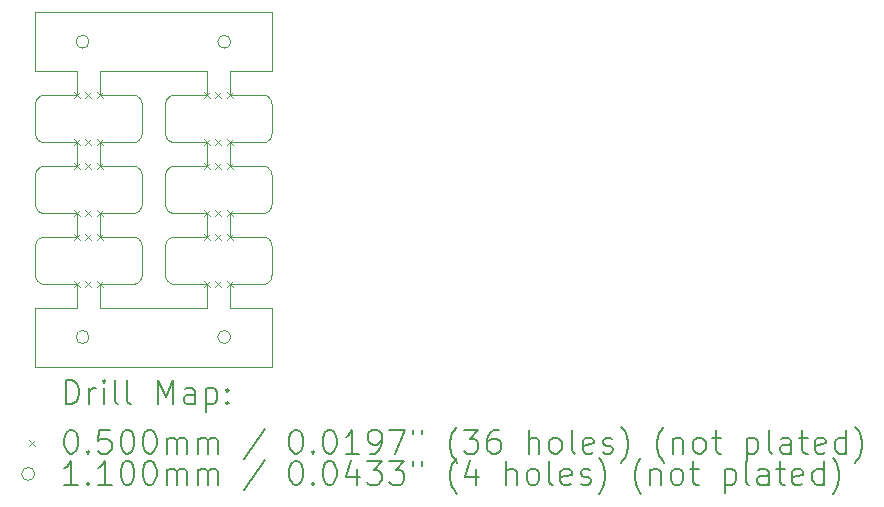
<source format=gbr>
%TF.GenerationSoftware,KiCad,Pcbnew,8.0.1*%
%TF.CreationDate,2024-04-12T13:03:49-07:00*%
%TF.ProjectId,Pinlight_panel,50696e6c-6967-4687-945f-70616e656c2e,rev?*%
%TF.SameCoordinates,Original*%
%TF.FileFunction,Drillmap*%
%TF.FilePolarity,Positive*%
%FSLAX45Y45*%
G04 Gerber Fmt 4.5, Leading zero omitted, Abs format (unit mm)*
G04 Created by KiCad (PCBNEW 8.0.1) date 2024-04-12 13:03:49*
%MOMM*%
%LPD*%
G01*
G04 APERTURE LIST*
%ADD10C,0.100000*%
%ADD11C,0.200000*%
%ADD12C,0.110000*%
G04 APERTURE END LIST*
D10*
X15849904Y-3971151D02*
X15849135Y-3963593D01*
X15786357Y-4299085D02*
X15793799Y-4297556D01*
X13851535Y-3040047D02*
X13853439Y-3047402D01*
X15002548Y-4296510D02*
X15006201Y-4297556D01*
X14740576Y-3661348D02*
X14743922Y-3654527D01*
X14675000Y-3099950D02*
X14682588Y-3099565D01*
X14731907Y-3326097D02*
X14726672Y-3320590D01*
X15500000Y-2500000D02*
X15850000Y-2500000D01*
X14950000Y-3974950D02*
X14950000Y-4224950D01*
X15836557Y-2732105D02*
X15831907Y-2726097D01*
X13870640Y-3323277D02*
X13868093Y-3326097D01*
X15013643Y-3699085D02*
X15017412Y-3699565D01*
X13850865Y-3363593D02*
X13850385Y-3367362D01*
X14745331Y-3948902D02*
X14742335Y-3941920D01*
X14693799Y-3902344D02*
X14686357Y-3900815D01*
X13888602Y-3309374D02*
X13885328Y-3311302D01*
X14723853Y-3318043D02*
X14720908Y-3315642D01*
X14200000Y-2700011D02*
X13921201Y-2700046D01*
X15845331Y-4250998D02*
X15847606Y-4243749D01*
X15025000Y-3699950D02*
X15300000Y-3699950D01*
X14675000Y-3699950D02*
X14682588Y-3699565D01*
X14988602Y-4290526D02*
X14991970Y-4292285D01*
X14970640Y-3923277D02*
X14968093Y-3926097D01*
X13873327Y-3320590D02*
X13870640Y-3323277D01*
X13856078Y-2745373D02*
X13853439Y-2752498D01*
X13850000Y-2500000D02*
X14200000Y-2500000D01*
X13921201Y-4299854D02*
X13925000Y-4299950D01*
X14749615Y-3367362D02*
X14749135Y-3363593D01*
X13898952Y-3304618D02*
X13891970Y-3307615D01*
X14953439Y-4247402D02*
X14954668Y-4250998D01*
X13851535Y-2759853D02*
X13850865Y-2763593D01*
X13859424Y-4261348D02*
X13863443Y-4267795D01*
X15009903Y-3698415D02*
X15013643Y-3699085D01*
X14963443Y-2732105D02*
X14959424Y-2738552D01*
X15801048Y-3904618D02*
X15797452Y-3903389D01*
X15021201Y-3300046D02*
X15013643Y-3300815D01*
X14738648Y-3935278D02*
X14734308Y-3929042D01*
X13917412Y-3300335D02*
X13909903Y-3301485D01*
X14961352Y-3064622D02*
X14963443Y-3067795D01*
X14953439Y-2752498D02*
X14951535Y-2759853D01*
X15820908Y-3915642D02*
X15817845Y-3913393D01*
X13879092Y-3684258D02*
X13885328Y-3688598D01*
X15300000Y-4299950D02*
X15300000Y-4499950D01*
X15009903Y-2701485D02*
X15006201Y-2702344D01*
X14736557Y-3667795D02*
X14740576Y-3661348D01*
X13850385Y-3967362D02*
X13850000Y-3974950D01*
X15300000Y-3799950D02*
X15300000Y-3900011D01*
X14954668Y-4250998D02*
X14957665Y-4257980D01*
X15013643Y-2700815D02*
X15009903Y-2701485D01*
X13853439Y-3647402D02*
X13856078Y-3654527D01*
X14950000Y-3024950D02*
X14950385Y-3032538D01*
X14749615Y-3032538D02*
X14750000Y-3024950D01*
X13909903Y-3301485D02*
X13902548Y-3303389D01*
X15013643Y-3900815D02*
X15009903Y-3901485D01*
X14717845Y-3913393D02*
X14711398Y-3909374D01*
X14950865Y-3036307D02*
X14951535Y-3040047D01*
X15850000Y-2500000D02*
X15850000Y-2000000D01*
X14704577Y-4293872D02*
X14711398Y-4290526D01*
X14682588Y-3099565D02*
X14690097Y-3098415D01*
X13854668Y-4250998D02*
X13857665Y-4257980D01*
X14991970Y-4292285D02*
X14998952Y-4295281D01*
X14954668Y-3948902D02*
X14953439Y-3952498D01*
X14973327Y-3320590D02*
X14970640Y-3323277D01*
X13906201Y-4297556D02*
X13913643Y-4299085D01*
X15814672Y-3088598D02*
X15820908Y-3084258D01*
X15847606Y-3956151D02*
X15846560Y-3952498D01*
X15838648Y-3064622D02*
X15842335Y-3057979D01*
X15013643Y-3300815D02*
X15009903Y-3301485D01*
X14750000Y-2774950D02*
X14749615Y-2767362D01*
X15811398Y-4290526D02*
X15817845Y-4286507D01*
X14400000Y-2699985D02*
X14400000Y-2500000D01*
X15850000Y-4224950D02*
X15850000Y-3974950D01*
X15006201Y-2702344D02*
X14998952Y-2704619D01*
X14750000Y-3974950D02*
X14749615Y-3967362D01*
X14400000Y-3899985D02*
X14400000Y-3799950D01*
X15838648Y-2735278D02*
X15836557Y-2732105D01*
X15831907Y-3926097D02*
X15826672Y-3920590D01*
X15300000Y-3099950D02*
X15300000Y-3199950D01*
X13850385Y-3032538D02*
X13850865Y-3036307D01*
X13859424Y-2738552D02*
X13857665Y-2741920D01*
X15840576Y-3661348D02*
X15843922Y-3654527D01*
X15831907Y-3326097D02*
X15829359Y-3323277D01*
X14746560Y-4247402D02*
X14748465Y-4240047D01*
X13913643Y-3900815D02*
X13909903Y-3901485D01*
X14400000Y-3699950D02*
X14675000Y-3699950D01*
X14979092Y-3915642D02*
X14973327Y-3920590D01*
X14740576Y-2738552D02*
X14738648Y-2735278D01*
X14979092Y-2715642D02*
X14973327Y-2720591D01*
X15300000Y-4499950D02*
X14400000Y-4499950D01*
X15845331Y-3650998D02*
X15847606Y-3643749D01*
X14956078Y-3654527D02*
X14959424Y-3661348D01*
X15782588Y-3699565D02*
X15790097Y-3698415D01*
X14957665Y-2741920D02*
X14956078Y-2745373D01*
X14726672Y-4279309D02*
X14731907Y-4273803D01*
X15849904Y-3628749D02*
X15850000Y-3624950D01*
X14726672Y-3920590D02*
X14723853Y-3918043D01*
X13853439Y-3047402D02*
X13856078Y-3054527D01*
X14746560Y-2752498D02*
X14743922Y-2745373D01*
X13853439Y-4247402D02*
X13854668Y-4250998D01*
X14745331Y-3650998D02*
X14746560Y-3647402D01*
X13898952Y-3095281D02*
X13902548Y-3096510D01*
X14731907Y-3673803D02*
X14736557Y-3667795D01*
X13863443Y-4267795D02*
X13868093Y-4273803D01*
X14711398Y-4290526D02*
X14717845Y-4286507D01*
X14736557Y-4267795D02*
X14740576Y-4261348D01*
X14723853Y-2718043D02*
X14720908Y-2715642D01*
X13850865Y-3036307D02*
X13851535Y-3040047D01*
X15850000Y-3024950D02*
X15850000Y-2774950D01*
X13850000Y-3974950D02*
X13850000Y-4224950D01*
X15500000Y-3299985D02*
X15500000Y-3199950D01*
X15850000Y-3974950D02*
X15849904Y-3971151D01*
X14748465Y-3959853D02*
X14746560Y-3952498D01*
X14746560Y-3047402D02*
X14748465Y-3040047D01*
X14968093Y-2726097D02*
X14963443Y-2732105D01*
X14746560Y-3647402D02*
X14748465Y-3640047D01*
X13850385Y-4232538D02*
X13850865Y-4236307D01*
X15826672Y-3920590D02*
X15820908Y-3915642D01*
X13882155Y-2713393D02*
X13879092Y-2715642D01*
X14743922Y-3345373D02*
X14740576Y-3338552D01*
X13850000Y-3024950D02*
X13850385Y-3032538D01*
X13925000Y-3099950D02*
X14200000Y-3099950D01*
X14959424Y-3938552D02*
X14957665Y-3941920D01*
X13851535Y-3640047D02*
X13853439Y-3647402D01*
X14738648Y-2735278D02*
X14734308Y-2729042D01*
X15849135Y-3963593D02*
X15847606Y-3956151D01*
X15300000Y-3300011D02*
X15021201Y-3300046D01*
X14749615Y-4232538D02*
X14750000Y-4224950D01*
X15025000Y-4299950D02*
X15300000Y-4299950D01*
X15025000Y-3099950D02*
X15300000Y-3099950D01*
X14961352Y-3664622D02*
X14963443Y-3667795D01*
X14959424Y-2738552D02*
X14957665Y-2741920D01*
X13885328Y-3311302D02*
X13879092Y-3315642D01*
X13857665Y-3941920D02*
X13854668Y-3948902D01*
X14400000Y-3199950D02*
X14400000Y-3099950D01*
X14963443Y-3067795D02*
X14968093Y-3073803D01*
X14749615Y-3967362D02*
X14749135Y-3963593D01*
X14200000Y-4499950D02*
X13850000Y-4499950D01*
X13868093Y-3073803D02*
X13873327Y-3079309D01*
X15831907Y-2726097D02*
X15826672Y-2720591D01*
X15843922Y-3345373D02*
X15840576Y-3338552D01*
X13850000Y-3374950D02*
X13850000Y-3624950D01*
X13879092Y-4284258D02*
X13882155Y-4286507D01*
X14711398Y-3909374D02*
X14708029Y-3907615D01*
X15849904Y-3371151D02*
X15849135Y-3363593D01*
X13902548Y-3696510D02*
X13909903Y-3698415D01*
X14950000Y-2774950D02*
X14950000Y-3024950D01*
X14976147Y-3681857D02*
X14979092Y-3684258D01*
X14690097Y-3698415D02*
X14697452Y-3696510D01*
X14200000Y-3900011D02*
X13921201Y-3900046D01*
X13853439Y-2752498D02*
X13851535Y-2759853D01*
X14686357Y-2700815D02*
X14678799Y-2700046D01*
X14953439Y-3647402D02*
X14956078Y-3654527D01*
X14743922Y-2745373D02*
X14740576Y-2738552D01*
X15849135Y-3636307D02*
X15849904Y-3628749D01*
X15823853Y-4281857D02*
X15829359Y-4276623D01*
X14956078Y-3054527D02*
X14959424Y-3061348D01*
X14740576Y-3061348D02*
X14743922Y-3054527D01*
X13863443Y-2732105D02*
X13859424Y-2738552D01*
X15838648Y-3335278D02*
X15836557Y-3332105D01*
X14742335Y-4257980D02*
X14745331Y-4250998D01*
X13882155Y-4286507D02*
X13888602Y-4290526D01*
X15831907Y-3673803D02*
X15836557Y-3667795D01*
X13921201Y-3300046D02*
X13917412Y-3300335D01*
X14678799Y-3900046D02*
X14675000Y-3899950D01*
X15838648Y-4264622D02*
X15842335Y-4257980D01*
X14200000Y-3699950D02*
X14200000Y-3799950D01*
X14963443Y-4267795D02*
X14968093Y-4273803D01*
X13853439Y-3352498D02*
X13851535Y-3359853D01*
X15845331Y-3050998D02*
X15847606Y-3043749D01*
X14950865Y-2763593D02*
X14950385Y-2767362D01*
X15847606Y-3043749D02*
X15849135Y-3036307D01*
X14714672Y-3088598D02*
X14720908Y-3084258D01*
X14682588Y-4299565D02*
X14690097Y-4298415D01*
X14950385Y-3367362D02*
X14950000Y-3374950D01*
X15009903Y-3901485D02*
X15006201Y-3902344D01*
X15804577Y-3693872D02*
X15811398Y-3690526D01*
X15843922Y-3654527D02*
X15845331Y-3650998D01*
X14697452Y-4296510D02*
X14704577Y-4293872D01*
X13879092Y-3084258D02*
X13882155Y-3086507D01*
X14998952Y-2704619D02*
X14991970Y-2707615D01*
X13850865Y-2763593D02*
X13850385Y-2767362D01*
X14970640Y-2723277D02*
X14968093Y-2726097D01*
X14950865Y-4236307D02*
X14951535Y-4240047D01*
X14959424Y-4261348D02*
X14963443Y-4267795D01*
X14963443Y-3667795D02*
X14968093Y-3673803D01*
X15790097Y-3098415D02*
X15793799Y-3097556D01*
X13859424Y-3061348D02*
X13861352Y-3064622D01*
X14749135Y-2763593D02*
X14748465Y-2759853D01*
X13863443Y-3067795D02*
X13868093Y-3073803D01*
X13850000Y-4224950D02*
X13850385Y-4232538D01*
X15834308Y-4270858D02*
X15838648Y-4264622D01*
X14985328Y-3688598D02*
X14988602Y-3690526D01*
X13891970Y-2707615D02*
X13888602Y-2709374D01*
X14690097Y-4298415D02*
X14697452Y-4296510D01*
X15814672Y-3311302D02*
X15808029Y-3307615D01*
X13868093Y-3926097D02*
X13863443Y-3932105D01*
X14708029Y-3092285D02*
X14714672Y-3088598D01*
X14740576Y-3338552D02*
X14738648Y-3335278D01*
X15797452Y-2703390D02*
X15793799Y-2702344D01*
X14717845Y-4286507D02*
X14720908Y-4284258D01*
X13879092Y-3315642D02*
X13873327Y-3320590D01*
X13873327Y-3920590D02*
X13870640Y-3923277D01*
X15021201Y-4299854D02*
X15025000Y-4299950D01*
X13873327Y-2720591D02*
X13870640Y-2723277D01*
X15829359Y-3076622D02*
X15834308Y-3070858D01*
X13850000Y-4999950D02*
X15850000Y-4999950D01*
X15013643Y-4299085D02*
X15021201Y-4299854D01*
X14697452Y-3303389D02*
X14690097Y-3301485D01*
X14950000Y-3624950D02*
X14950385Y-3632538D01*
X13917412Y-3699565D02*
X13925000Y-3699950D01*
X15850000Y-4999950D02*
X15850000Y-4499950D01*
X13868093Y-4273803D02*
X13873327Y-4279309D01*
X14982155Y-3913393D02*
X14979092Y-3915642D01*
X14678799Y-3300046D02*
X14675000Y-3299950D01*
X15797452Y-3903389D02*
X15793799Y-3902344D01*
X13882155Y-3086507D02*
X13888602Y-3090526D01*
X14995423Y-3093872D02*
X15002548Y-3096510D01*
X15840576Y-3338552D02*
X15838648Y-3335278D01*
X14748465Y-2759853D02*
X14746560Y-2752498D01*
X13853439Y-3952498D02*
X13851535Y-3959853D01*
X14711398Y-3690526D02*
X14714672Y-3688598D01*
X14951535Y-3640047D02*
X14953439Y-3647402D01*
X14951535Y-2759853D02*
X14950865Y-2763593D01*
X14957665Y-4257980D02*
X14959424Y-4261348D01*
X15829359Y-3323277D02*
X15823853Y-3318043D01*
X14998952Y-4295281D02*
X15002548Y-4296510D01*
X14951535Y-3359853D02*
X14950865Y-3363593D01*
X15849904Y-2771151D02*
X15849135Y-2763593D01*
X15826672Y-3679309D02*
X15831907Y-3673803D01*
X15300000Y-3199950D02*
X15300000Y-3300011D01*
X14985328Y-3088598D02*
X14988602Y-3090526D01*
X13856078Y-3054527D02*
X13859424Y-3061348D01*
X15826672Y-2720591D02*
X15820908Y-2715642D01*
X13850000Y-4499950D02*
X13850000Y-4999950D01*
X15500000Y-4499950D02*
X15500000Y-4299950D01*
X15775000Y-2699950D02*
X15500000Y-2699985D01*
X14400000Y-2500000D02*
X15300000Y-2500000D01*
X15817845Y-3913393D02*
X15811398Y-3909374D01*
X14998952Y-3304618D02*
X14991970Y-3307615D01*
X15793799Y-3097556D02*
X15801048Y-3095281D01*
X14708029Y-2707615D02*
X14701048Y-2704619D01*
X14950000Y-3374950D02*
X14950000Y-3624950D01*
X15793799Y-4297556D02*
X15801048Y-4295281D01*
X15021201Y-3099854D02*
X15025000Y-3099950D01*
X13909903Y-3698415D02*
X13913643Y-3699085D01*
X14400000Y-4499950D02*
X14400000Y-4299950D01*
X15782588Y-3099565D02*
X15790097Y-3098415D01*
X15786357Y-3900815D02*
X15778799Y-3900046D01*
X15013643Y-3099085D02*
X15021201Y-3099854D01*
X14686357Y-3900815D02*
X14678799Y-3900046D01*
X14738648Y-3335278D02*
X14734308Y-3329042D01*
X14957665Y-3341920D02*
X14956078Y-3345373D01*
X13902548Y-4296510D02*
X13906201Y-4297556D01*
X15850000Y-2000000D02*
X13850000Y-2000000D01*
X15500000Y-3199950D02*
X15500000Y-3099950D01*
X15009903Y-3098415D02*
X15013643Y-3099085D01*
X14400000Y-3799950D02*
X14400000Y-3699950D01*
X14675000Y-3299950D02*
X14400000Y-3299985D01*
X14985328Y-3311302D02*
X14979092Y-3315642D01*
X15843922Y-2745373D02*
X15840576Y-2738552D01*
X14985328Y-2711302D02*
X14979092Y-2715642D01*
X13863443Y-3332105D02*
X13859424Y-3338552D01*
X14748465Y-3640047D02*
X14749615Y-3632538D01*
X15842335Y-4257980D02*
X15845331Y-4250998D01*
X14714672Y-3688598D02*
X14720908Y-3684258D01*
X13851535Y-4240047D02*
X13853439Y-4247402D01*
X14973327Y-3679309D02*
X14976147Y-3681857D01*
X13906201Y-3902344D02*
X13898952Y-3904618D01*
X13888602Y-3090526D02*
X13891970Y-3092285D01*
X14690097Y-2701485D02*
X14686357Y-2700815D01*
X14748465Y-3359853D02*
X14746560Y-3352498D01*
X14976147Y-3081857D02*
X14979092Y-3084258D01*
X14950385Y-3632538D02*
X14950865Y-3636307D01*
X15849904Y-4228749D02*
X15850000Y-4224950D01*
X14682588Y-3699565D02*
X14690097Y-3698415D01*
X13885328Y-3688598D02*
X13888602Y-3690526D01*
X15850000Y-4499950D02*
X15500000Y-4499950D01*
X14726672Y-3320590D02*
X14723853Y-3318043D01*
X15006201Y-4297556D02*
X15013643Y-4299085D01*
X14745331Y-3050998D02*
X14746560Y-3047402D01*
X13850385Y-3367362D02*
X13850000Y-3374950D01*
X15845331Y-2748902D02*
X15843922Y-2745373D01*
X14953439Y-3047402D02*
X14956078Y-3054527D01*
X15797452Y-3696510D02*
X15804577Y-3693872D01*
X13898952Y-4295281D02*
X13902548Y-4296510D01*
X13879092Y-3915642D02*
X13873327Y-3920590D01*
X14742335Y-3941920D02*
X14738648Y-3935278D01*
X14731907Y-4273803D02*
X14736557Y-4267795D01*
X15775000Y-3899950D02*
X15500000Y-3899985D01*
X15836557Y-3332105D02*
X15831907Y-3326097D01*
X15820908Y-2715642D02*
X15817845Y-2713393D01*
X15811398Y-3909374D02*
X15808029Y-3907615D01*
X14731907Y-3926097D02*
X14726672Y-3920590D01*
X15849135Y-4236307D02*
X15849904Y-4228749D01*
X13925000Y-4299950D02*
X14200000Y-4299950D01*
X14701048Y-3904618D02*
X14697452Y-3903389D01*
X14957665Y-3941920D02*
X14954668Y-3948902D01*
X14991970Y-2707615D02*
X14988602Y-2709374D01*
X15847606Y-2756151D02*
X15845331Y-2748902D01*
X13856078Y-3345373D02*
X13853439Y-3352498D01*
X14968093Y-3073803D02*
X14973327Y-3079309D01*
X14950865Y-3363593D02*
X14950385Y-3367362D01*
X14723853Y-3918043D02*
X14717845Y-3913393D01*
X15006201Y-3902344D02*
X14998952Y-3904618D01*
X13850385Y-2767362D02*
X13850000Y-2774950D01*
X15775000Y-3699950D02*
X15782588Y-3699565D01*
X13870640Y-2723277D02*
X13868093Y-2726097D01*
X15300000Y-2700011D02*
X15021201Y-2700046D01*
X13906201Y-2702344D02*
X13898952Y-2704619D01*
X14200000Y-3799950D02*
X14200000Y-3900011D01*
X15814672Y-2711302D02*
X15808029Y-2707615D01*
X14988602Y-3690526D02*
X14995423Y-3693872D01*
X14697452Y-2703390D02*
X14690097Y-2701485D01*
X15801048Y-3095281D02*
X15808029Y-3092285D01*
X14746560Y-3952498D02*
X14745331Y-3948902D01*
X14678799Y-2700046D02*
X14675000Y-2699950D01*
X15846560Y-3952498D02*
X15845331Y-3948902D01*
X13925000Y-3699950D02*
X14200000Y-3699950D01*
X14704577Y-3693872D02*
X14711398Y-3690526D01*
X14726672Y-3679309D02*
X14731907Y-3673803D01*
X14968093Y-4273803D02*
X14973327Y-4279309D01*
X13913643Y-3699085D02*
X13917412Y-3699565D01*
X13921201Y-3900046D02*
X13913643Y-3900815D01*
X14675000Y-3899950D02*
X14400000Y-3899985D01*
X15778799Y-3900046D02*
X15775000Y-3899950D01*
X14750000Y-3374950D02*
X14749615Y-3367362D01*
X15849135Y-3363593D02*
X15847606Y-3356151D01*
X14995423Y-3693872D02*
X15002548Y-3696510D01*
X14963443Y-3332105D02*
X14959424Y-3338552D01*
X15793799Y-3902344D02*
X15786357Y-3900815D01*
X15786357Y-2700815D02*
X15782588Y-2700335D01*
X15817845Y-2713393D02*
X15814672Y-2711302D01*
X14746560Y-3352498D02*
X14743922Y-3345373D01*
X14988602Y-2709374D02*
X14985328Y-2711302D01*
X15820908Y-3084258D02*
X15826672Y-3079309D01*
X15847606Y-4243749D02*
X15849135Y-4236307D01*
X13891970Y-3092285D02*
X13898952Y-3095281D01*
X14953439Y-3352498D02*
X14951535Y-3359853D01*
X14708029Y-3907615D02*
X14701048Y-3904618D01*
X13913643Y-3099085D02*
X13921201Y-3099854D01*
X13888602Y-3690526D02*
X13895423Y-3693872D01*
X14973327Y-3079309D02*
X14976147Y-3081857D01*
X13850865Y-3963593D02*
X13850385Y-3967362D01*
X15009903Y-3301485D02*
X15002548Y-3303389D01*
X13888602Y-4290526D02*
X13891970Y-4292285D01*
X15840576Y-2738552D02*
X15838648Y-2735278D01*
X15814672Y-3688598D02*
X15820908Y-3684258D01*
X13851535Y-3359853D02*
X13850865Y-3363593D01*
X15500000Y-4299950D02*
X15775000Y-4299950D01*
X13882155Y-3913393D02*
X13879092Y-3915642D01*
X15840576Y-3938552D02*
X15836557Y-3932105D01*
X14400000Y-4299950D02*
X14675000Y-4299950D01*
X15500000Y-3099950D02*
X15775000Y-3099950D01*
X13913643Y-2700815D02*
X13909903Y-2701485D01*
X14991970Y-3307615D02*
X14988602Y-3309374D01*
X13857665Y-3341920D02*
X13856078Y-3345373D01*
X14979092Y-4284258D02*
X14982155Y-4286507D01*
X14988602Y-3090526D02*
X14995423Y-3093872D01*
X14951535Y-4240047D02*
X14953439Y-4247402D01*
X14748465Y-4240047D02*
X14749615Y-4232538D01*
X14701048Y-3095281D02*
X14708029Y-3092285D01*
X15842335Y-3057979D02*
X15845331Y-3050998D01*
X15782588Y-3300335D02*
X15775000Y-3299950D01*
X15002548Y-3096510D02*
X15009903Y-3098415D01*
X14959424Y-3061348D02*
X14961352Y-3064622D01*
X15786357Y-3300815D02*
X15782588Y-3300335D01*
X14968093Y-3926097D02*
X14963443Y-3932105D01*
X14950865Y-3636307D02*
X14951535Y-3640047D01*
X13895423Y-3693872D02*
X13902548Y-3696510D01*
X15782588Y-4299565D02*
X15786357Y-4299085D01*
X13909903Y-2701485D02*
X13906201Y-2702344D01*
X13859424Y-3938552D02*
X13857665Y-3941920D01*
X14748465Y-3040047D02*
X14749615Y-3032538D01*
X15808029Y-3092285D02*
X15814672Y-3088598D01*
X15826672Y-3079309D02*
X15829359Y-3076622D01*
X14950385Y-4232538D02*
X14950865Y-4236307D01*
X14950385Y-3032538D02*
X14950865Y-3036307D01*
X13850865Y-3636307D02*
X13851535Y-3640047D01*
X15820908Y-3684258D02*
X15826672Y-3679309D01*
X13850385Y-3632538D02*
X13850865Y-3636307D01*
X15300000Y-2500000D02*
X15300000Y-2700011D01*
X14743922Y-3054527D02*
X14745331Y-3050998D01*
X14749615Y-2767362D02*
X14749135Y-2763593D01*
X15811398Y-3690526D02*
X15814672Y-3688598D01*
X13891970Y-4292285D02*
X13898952Y-4295281D01*
X14745331Y-4250998D02*
X14746560Y-4247402D01*
X14714672Y-3311302D02*
X14711398Y-3309374D01*
X15842335Y-3941920D02*
X15840576Y-3938552D01*
X15790097Y-3698415D02*
X15797452Y-3696510D01*
X14690097Y-3301485D02*
X14686357Y-3300815D01*
X15823853Y-3318043D02*
X15817845Y-3313393D01*
X14697452Y-3903389D02*
X14693799Y-3902344D01*
X14720908Y-3084258D02*
X14726672Y-3079309D01*
X14686357Y-3300815D02*
X14678799Y-3300046D01*
X15845331Y-3948902D02*
X15842335Y-3941920D01*
X14690097Y-3098415D02*
X14697452Y-3096510D01*
X15500000Y-3899985D02*
X15500000Y-3799950D01*
X14675000Y-2699950D02*
X14400000Y-2699985D01*
X13921201Y-3099854D02*
X13925000Y-3099950D01*
X14950000Y-4224950D02*
X14950385Y-4232538D01*
X14731907Y-3073803D02*
X14736557Y-3067795D01*
X14968093Y-3326097D02*
X14963443Y-3332105D01*
X15849904Y-3028749D02*
X15850000Y-3024950D01*
X14988602Y-3909374D02*
X14982155Y-3913393D01*
X14982155Y-4286507D02*
X14988602Y-4290526D01*
X14731907Y-2726097D02*
X14726672Y-2720591D01*
X14998952Y-3904618D02*
X14995423Y-3906028D01*
X15808029Y-3307615D02*
X15801048Y-3304618D01*
X14400000Y-3299985D02*
X14400000Y-3199950D01*
X13902548Y-3303389D02*
X13898952Y-3304618D01*
X15002548Y-3696510D02*
X15009903Y-3698415D01*
X13888602Y-3909374D02*
X13882155Y-3913393D01*
X14726672Y-3079309D02*
X14731907Y-3073803D01*
X14968093Y-3673803D02*
X14973327Y-3679309D01*
X15845331Y-3348902D02*
X15843922Y-3345373D01*
X14959424Y-3338552D02*
X14957665Y-3341920D01*
X14711398Y-3309374D02*
X14704577Y-3306028D01*
X14749135Y-3963593D02*
X14748465Y-3959853D01*
X14697452Y-3096510D02*
X14701048Y-3095281D01*
X13850000Y-2000000D02*
X13850000Y-2500000D01*
X14979092Y-3315642D02*
X14973327Y-3320590D01*
X15793799Y-2702344D02*
X15786357Y-2700815D01*
X15801048Y-3304618D02*
X15797452Y-3303389D01*
X14950385Y-3967362D02*
X14950000Y-3974950D01*
X15500000Y-3799950D02*
X15500000Y-3699950D01*
X14749615Y-3632538D02*
X14750000Y-3624950D01*
X14750000Y-4224950D02*
X14750000Y-3974950D01*
X13868093Y-3673803D02*
X13873327Y-3679309D01*
X14995423Y-3906028D02*
X14988602Y-3909374D01*
X15002548Y-3303389D02*
X14998952Y-3304618D01*
X13921201Y-2700046D02*
X13913643Y-2700815D01*
X15849135Y-2763593D02*
X15847606Y-2756151D01*
X13898952Y-2704619D02*
X13891970Y-2707615D01*
X14675000Y-4299950D02*
X14682588Y-4299565D01*
X14714672Y-2711302D02*
X14708029Y-2707615D01*
X13861352Y-3664622D02*
X13863443Y-3667795D01*
X13850000Y-3624950D02*
X13850385Y-3632538D01*
X14697452Y-3696510D02*
X14704577Y-3693872D01*
X15300000Y-3699950D02*
X15300000Y-3799950D01*
X15817845Y-3313393D02*
X15814672Y-3311302D01*
X14736557Y-3067795D02*
X14740576Y-3061348D01*
X15021201Y-2700046D02*
X15013643Y-2700815D01*
X15775000Y-4299950D02*
X15782588Y-4299565D01*
X15300000Y-3900011D02*
X15021201Y-3900046D01*
X13909903Y-3098415D02*
X13913643Y-3099085D01*
X14726672Y-2720591D02*
X14723853Y-2718043D01*
X15836557Y-3667795D02*
X15840576Y-3661348D01*
X13873327Y-4279309D02*
X13879092Y-4284258D01*
X14734308Y-2729042D02*
X14731907Y-2726097D01*
X15801048Y-2704619D02*
X15797452Y-2703390D01*
X15021201Y-3900046D02*
X15013643Y-3900815D01*
X13891970Y-3907615D02*
X13888602Y-3909374D01*
X15834308Y-3070858D02*
X15838648Y-3064622D01*
X15790097Y-3301485D02*
X15786357Y-3300815D01*
X14956078Y-2745373D02*
X14953439Y-2752498D01*
X15850000Y-3624950D02*
X15850000Y-3374950D01*
X14979092Y-3684258D02*
X14985328Y-3688598D01*
X13850865Y-4236307D02*
X13851535Y-4240047D01*
X13850000Y-2774950D02*
X13850000Y-3024950D01*
X13861352Y-3064622D02*
X13863443Y-3067795D01*
X13859424Y-3661348D02*
X13861352Y-3664622D01*
X14720908Y-2715642D02*
X14714672Y-2711302D01*
X14200000Y-3199950D02*
X14200000Y-3300011D01*
X13857665Y-2741920D02*
X13856078Y-2745373D01*
X13876147Y-3681857D02*
X13879092Y-3684258D01*
X13859424Y-3338552D02*
X13857665Y-3341920D01*
X15797452Y-3303389D02*
X15790097Y-3301485D01*
X14959424Y-3661348D02*
X14961352Y-3664622D01*
X15500000Y-3699950D02*
X15775000Y-3699950D01*
X15829359Y-4276623D02*
X15834308Y-4270858D01*
X14720908Y-4284258D02*
X14726672Y-4279309D01*
X14750000Y-3624950D02*
X14750000Y-3374950D01*
X13888602Y-2709374D02*
X13882155Y-2713393D01*
X13891970Y-3307615D02*
X13888602Y-3309374D01*
X14740576Y-4261348D02*
X14742335Y-4257980D01*
X15808029Y-4292285D02*
X15811398Y-4290526D01*
X15775000Y-3299950D02*
X15500000Y-3299985D01*
X13854668Y-3948902D02*
X13853439Y-3952498D01*
X13902548Y-3096510D02*
X13909903Y-3098415D01*
X15775000Y-3099950D02*
X15782588Y-3099565D01*
X14973327Y-3920590D02*
X14970640Y-3923277D01*
X13868093Y-2726097D02*
X13863443Y-2732105D01*
X13870640Y-3923277D02*
X13868093Y-3926097D01*
X14950385Y-2767362D02*
X14950000Y-2774950D01*
X13857665Y-4257980D02*
X13859424Y-4261348D01*
X13851535Y-3959853D02*
X13850865Y-3963593D01*
X15850000Y-3374950D02*
X15849904Y-3371151D01*
X15850000Y-2774950D02*
X15849904Y-2771151D01*
X15817845Y-4286507D02*
X15823853Y-4281857D01*
X14953439Y-3952498D02*
X14951535Y-3959853D01*
X15847606Y-3356151D02*
X15845331Y-3348902D01*
X13863443Y-3667795D02*
X13868093Y-3673803D01*
X15500000Y-2699985D02*
X15500000Y-2500000D01*
X13863443Y-3932105D02*
X13859424Y-3938552D01*
X15801048Y-4295281D02*
X15808029Y-4292285D01*
X14973327Y-2720591D02*
X14970640Y-2723277D01*
X13856078Y-3654527D02*
X13859424Y-3661348D01*
X15849135Y-3036307D02*
X15849904Y-3028749D01*
X15017412Y-3699565D02*
X15025000Y-3699950D01*
X14734308Y-3329042D02*
X14731907Y-3326097D01*
X14400000Y-3099950D02*
X14675000Y-3099950D01*
X15808029Y-2707615D02*
X15801048Y-2704619D01*
X14701048Y-2704619D02*
X14697452Y-2703390D01*
X14963443Y-3932105D02*
X14959424Y-3938552D01*
X14720908Y-3315642D02*
X14714672Y-3311302D01*
X15808029Y-3907615D02*
X15801048Y-3904618D01*
X15782588Y-2700335D02*
X15775000Y-2699950D01*
X15836557Y-3932105D02*
X15831907Y-3926097D01*
X14988602Y-3309374D02*
X14985328Y-3311302D01*
X14749135Y-3363593D02*
X14748465Y-3359853D01*
X14704577Y-3306028D02*
X14697452Y-3303389D01*
X13873327Y-3679309D02*
X13876147Y-3681857D01*
X14973327Y-4279309D02*
X14979092Y-4284258D01*
X13898952Y-3904618D02*
X13891970Y-3907615D01*
X14950865Y-3963593D02*
X14950385Y-3967362D01*
X14750000Y-3024950D02*
X14750000Y-2774950D01*
X14200000Y-3300011D02*
X13921201Y-3300046D01*
X15847606Y-3643749D02*
X15849135Y-3636307D01*
X13868093Y-3326097D02*
X13863443Y-3332105D01*
X14200000Y-2500000D02*
X14200000Y-2700011D01*
X14734308Y-3929042D02*
X14731907Y-3926097D01*
X13909903Y-3901485D02*
X13906201Y-3902344D01*
X14970640Y-3323277D02*
X14968093Y-3326097D01*
X14200000Y-4299950D02*
X14200000Y-4499950D01*
X13873327Y-3079309D02*
X13879092Y-3084258D01*
X13913643Y-4299085D02*
X13921201Y-4299854D01*
X14743922Y-3654527D02*
X14745331Y-3650998D01*
X14951535Y-3040047D02*
X14953439Y-3047402D01*
X14720908Y-3684258D02*
X14726672Y-3679309D01*
X14956078Y-3345373D02*
X14953439Y-3352498D01*
X14979092Y-3084258D02*
X14985328Y-3088598D01*
X13879092Y-2715642D02*
X13873327Y-2720591D01*
X14200000Y-3099950D02*
X14200000Y-3199950D01*
X14951535Y-3959853D02*
X14950865Y-3963593D01*
D11*
D10*
X14175000Y-2675011D02*
X14225000Y-2725011D01*
X14225000Y-2675011D02*
X14175000Y-2725011D01*
X14175000Y-3074950D02*
X14225000Y-3124950D01*
X14225000Y-3074950D02*
X14175000Y-3124950D01*
X14175000Y-3275011D02*
X14225000Y-3325011D01*
X14225000Y-3275011D02*
X14175000Y-3325011D01*
X14175000Y-3674950D02*
X14225000Y-3724950D01*
X14225000Y-3674950D02*
X14175000Y-3724950D01*
X14175000Y-3875011D02*
X14225000Y-3925011D01*
X14225000Y-3875011D02*
X14175000Y-3925011D01*
X14175000Y-4274950D02*
X14225000Y-4324950D01*
X14225000Y-4274950D02*
X14175000Y-4324950D01*
X14275000Y-2674998D02*
X14325000Y-2724998D01*
X14325000Y-2674998D02*
X14275000Y-2724998D01*
X14275000Y-3074950D02*
X14325000Y-3124950D01*
X14325000Y-3074950D02*
X14275000Y-3124950D01*
X14275000Y-3274998D02*
X14325000Y-3324998D01*
X14325000Y-3274998D02*
X14275000Y-3324998D01*
X14275000Y-3674950D02*
X14325000Y-3724950D01*
X14325000Y-3674950D02*
X14275000Y-3724950D01*
X14275000Y-3874998D02*
X14325000Y-3924998D01*
X14325000Y-3874998D02*
X14275000Y-3924998D01*
X14275000Y-4274950D02*
X14325000Y-4324950D01*
X14325000Y-4274950D02*
X14275000Y-4324950D01*
X14375000Y-2674985D02*
X14425000Y-2724985D01*
X14425000Y-2674985D02*
X14375000Y-2724985D01*
X14375000Y-3074950D02*
X14425000Y-3124950D01*
X14425000Y-3074950D02*
X14375000Y-3124950D01*
X14375000Y-3274985D02*
X14425000Y-3324985D01*
X14425000Y-3274985D02*
X14375000Y-3324985D01*
X14375000Y-3674950D02*
X14425000Y-3724950D01*
X14425000Y-3674950D02*
X14375000Y-3724950D01*
X14375000Y-3874985D02*
X14425000Y-3924985D01*
X14425000Y-3874985D02*
X14375000Y-3924985D01*
X14375000Y-4274950D02*
X14425000Y-4324950D01*
X14425000Y-4274950D02*
X14375000Y-4324950D01*
X15275000Y-2675011D02*
X15325000Y-2725011D01*
X15325000Y-2675011D02*
X15275000Y-2725011D01*
X15275000Y-3074950D02*
X15325000Y-3124950D01*
X15325000Y-3074950D02*
X15275000Y-3124950D01*
X15275000Y-3275011D02*
X15325000Y-3325011D01*
X15325000Y-3275011D02*
X15275000Y-3325011D01*
X15275000Y-3674950D02*
X15325000Y-3724950D01*
X15325000Y-3674950D02*
X15275000Y-3724950D01*
X15275000Y-3875011D02*
X15325000Y-3925011D01*
X15325000Y-3875011D02*
X15275000Y-3925011D01*
X15275000Y-4274950D02*
X15325000Y-4324950D01*
X15325000Y-4274950D02*
X15275000Y-4324950D01*
X15375000Y-2674998D02*
X15425000Y-2724998D01*
X15425000Y-2674998D02*
X15375000Y-2724998D01*
X15375000Y-3074950D02*
X15425000Y-3124950D01*
X15425000Y-3074950D02*
X15375000Y-3124950D01*
X15375000Y-3274998D02*
X15425000Y-3324998D01*
X15425000Y-3274998D02*
X15375000Y-3324998D01*
X15375000Y-3674950D02*
X15425000Y-3724950D01*
X15425000Y-3674950D02*
X15375000Y-3724950D01*
X15375000Y-3874998D02*
X15425000Y-3924998D01*
X15425000Y-3874998D02*
X15375000Y-3924998D01*
X15375000Y-4274950D02*
X15425000Y-4324950D01*
X15425000Y-4274950D02*
X15375000Y-4324950D01*
X15475000Y-2674985D02*
X15525000Y-2724985D01*
X15525000Y-2674985D02*
X15475000Y-2724985D01*
X15475000Y-3074950D02*
X15525000Y-3124950D01*
X15525000Y-3074950D02*
X15475000Y-3124950D01*
X15475000Y-3274985D02*
X15525000Y-3324985D01*
X15525000Y-3274985D02*
X15475000Y-3324985D01*
X15475000Y-3674950D02*
X15525000Y-3724950D01*
X15525000Y-3674950D02*
X15475000Y-3724950D01*
X15475000Y-3874985D02*
X15525000Y-3924985D01*
X15525000Y-3874985D02*
X15475000Y-3924985D01*
X15475000Y-4274950D02*
X15525000Y-4324950D01*
X15525000Y-4274950D02*
X15475000Y-4324950D01*
D12*
X14305000Y-2250000D02*
G75*
G02*
X14195000Y-2250000I-55000J0D01*
G01*
X14195000Y-2250000D02*
G75*
G02*
X14305000Y-2250000I55000J0D01*
G01*
X14305000Y-4749950D02*
G75*
G02*
X14195000Y-4749950I-55000J0D01*
G01*
X14195000Y-4749950D02*
G75*
G02*
X14305000Y-4749950I55000J0D01*
G01*
X15505000Y-2250000D02*
G75*
G02*
X15395000Y-2250000I-55000J0D01*
G01*
X15395000Y-2250000D02*
G75*
G02*
X15505000Y-2250000I55000J0D01*
G01*
X15505000Y-4749950D02*
G75*
G02*
X15395000Y-4749950I-55000J0D01*
G01*
X15395000Y-4749950D02*
G75*
G02*
X15505000Y-4749950I55000J0D01*
G01*
D11*
X14105777Y-5316434D02*
X14105777Y-5116434D01*
X14105777Y-5116434D02*
X14153396Y-5116434D01*
X14153396Y-5116434D02*
X14181967Y-5125958D01*
X14181967Y-5125958D02*
X14201015Y-5145005D01*
X14201015Y-5145005D02*
X14210539Y-5164053D01*
X14210539Y-5164053D02*
X14220062Y-5202148D01*
X14220062Y-5202148D02*
X14220062Y-5230720D01*
X14220062Y-5230720D02*
X14210539Y-5268815D01*
X14210539Y-5268815D02*
X14201015Y-5287862D01*
X14201015Y-5287862D02*
X14181967Y-5306910D01*
X14181967Y-5306910D02*
X14153396Y-5316434D01*
X14153396Y-5316434D02*
X14105777Y-5316434D01*
X14305777Y-5316434D02*
X14305777Y-5183100D01*
X14305777Y-5221196D02*
X14315301Y-5202148D01*
X14315301Y-5202148D02*
X14324824Y-5192624D01*
X14324824Y-5192624D02*
X14343872Y-5183100D01*
X14343872Y-5183100D02*
X14362920Y-5183100D01*
X14429586Y-5316434D02*
X14429586Y-5183100D01*
X14429586Y-5116434D02*
X14420062Y-5125958D01*
X14420062Y-5125958D02*
X14429586Y-5135481D01*
X14429586Y-5135481D02*
X14439110Y-5125958D01*
X14439110Y-5125958D02*
X14429586Y-5116434D01*
X14429586Y-5116434D02*
X14429586Y-5135481D01*
X14553396Y-5316434D02*
X14534348Y-5306910D01*
X14534348Y-5306910D02*
X14524824Y-5287862D01*
X14524824Y-5287862D02*
X14524824Y-5116434D01*
X14658158Y-5316434D02*
X14639110Y-5306910D01*
X14639110Y-5306910D02*
X14629586Y-5287862D01*
X14629586Y-5287862D02*
X14629586Y-5116434D01*
X14886729Y-5316434D02*
X14886729Y-5116434D01*
X14886729Y-5116434D02*
X14953396Y-5259291D01*
X14953396Y-5259291D02*
X15020062Y-5116434D01*
X15020062Y-5116434D02*
X15020062Y-5316434D01*
X15201015Y-5316434D02*
X15201015Y-5211672D01*
X15201015Y-5211672D02*
X15191491Y-5192624D01*
X15191491Y-5192624D02*
X15172443Y-5183100D01*
X15172443Y-5183100D02*
X15134348Y-5183100D01*
X15134348Y-5183100D02*
X15115301Y-5192624D01*
X15201015Y-5306910D02*
X15181967Y-5316434D01*
X15181967Y-5316434D02*
X15134348Y-5316434D01*
X15134348Y-5316434D02*
X15115301Y-5306910D01*
X15115301Y-5306910D02*
X15105777Y-5287862D01*
X15105777Y-5287862D02*
X15105777Y-5268815D01*
X15105777Y-5268815D02*
X15115301Y-5249767D01*
X15115301Y-5249767D02*
X15134348Y-5240243D01*
X15134348Y-5240243D02*
X15181967Y-5240243D01*
X15181967Y-5240243D02*
X15201015Y-5230720D01*
X15296253Y-5183100D02*
X15296253Y-5383100D01*
X15296253Y-5192624D02*
X15315301Y-5183100D01*
X15315301Y-5183100D02*
X15353396Y-5183100D01*
X15353396Y-5183100D02*
X15372443Y-5192624D01*
X15372443Y-5192624D02*
X15381967Y-5202148D01*
X15381967Y-5202148D02*
X15391491Y-5221196D01*
X15391491Y-5221196D02*
X15391491Y-5278339D01*
X15391491Y-5278339D02*
X15381967Y-5297386D01*
X15381967Y-5297386D02*
X15372443Y-5306910D01*
X15372443Y-5306910D02*
X15353396Y-5316434D01*
X15353396Y-5316434D02*
X15315301Y-5316434D01*
X15315301Y-5316434D02*
X15296253Y-5306910D01*
X15477205Y-5297386D02*
X15486729Y-5306910D01*
X15486729Y-5306910D02*
X15477205Y-5316434D01*
X15477205Y-5316434D02*
X15467682Y-5306910D01*
X15467682Y-5306910D02*
X15477205Y-5297386D01*
X15477205Y-5297386D02*
X15477205Y-5316434D01*
X15477205Y-5192624D02*
X15486729Y-5202148D01*
X15486729Y-5202148D02*
X15477205Y-5211672D01*
X15477205Y-5211672D02*
X15467682Y-5202148D01*
X15467682Y-5202148D02*
X15477205Y-5192624D01*
X15477205Y-5192624D02*
X15477205Y-5211672D01*
D10*
X13795000Y-5619950D02*
X13845000Y-5669950D01*
X13845000Y-5619950D02*
X13795000Y-5669950D01*
D11*
X14143872Y-5536434D02*
X14162920Y-5536434D01*
X14162920Y-5536434D02*
X14181967Y-5545958D01*
X14181967Y-5545958D02*
X14191491Y-5555481D01*
X14191491Y-5555481D02*
X14201015Y-5574529D01*
X14201015Y-5574529D02*
X14210539Y-5612624D01*
X14210539Y-5612624D02*
X14210539Y-5660243D01*
X14210539Y-5660243D02*
X14201015Y-5698338D01*
X14201015Y-5698338D02*
X14191491Y-5717386D01*
X14191491Y-5717386D02*
X14181967Y-5726910D01*
X14181967Y-5726910D02*
X14162920Y-5736434D01*
X14162920Y-5736434D02*
X14143872Y-5736434D01*
X14143872Y-5736434D02*
X14124824Y-5726910D01*
X14124824Y-5726910D02*
X14115301Y-5717386D01*
X14115301Y-5717386D02*
X14105777Y-5698338D01*
X14105777Y-5698338D02*
X14096253Y-5660243D01*
X14096253Y-5660243D02*
X14096253Y-5612624D01*
X14096253Y-5612624D02*
X14105777Y-5574529D01*
X14105777Y-5574529D02*
X14115301Y-5555481D01*
X14115301Y-5555481D02*
X14124824Y-5545958D01*
X14124824Y-5545958D02*
X14143872Y-5536434D01*
X14296253Y-5717386D02*
X14305777Y-5726910D01*
X14305777Y-5726910D02*
X14296253Y-5736434D01*
X14296253Y-5736434D02*
X14286729Y-5726910D01*
X14286729Y-5726910D02*
X14296253Y-5717386D01*
X14296253Y-5717386D02*
X14296253Y-5736434D01*
X14486729Y-5536434D02*
X14391491Y-5536434D01*
X14391491Y-5536434D02*
X14381967Y-5631672D01*
X14381967Y-5631672D02*
X14391491Y-5622148D01*
X14391491Y-5622148D02*
X14410539Y-5612624D01*
X14410539Y-5612624D02*
X14458158Y-5612624D01*
X14458158Y-5612624D02*
X14477205Y-5622148D01*
X14477205Y-5622148D02*
X14486729Y-5631672D01*
X14486729Y-5631672D02*
X14496253Y-5650719D01*
X14496253Y-5650719D02*
X14496253Y-5698338D01*
X14496253Y-5698338D02*
X14486729Y-5717386D01*
X14486729Y-5717386D02*
X14477205Y-5726910D01*
X14477205Y-5726910D02*
X14458158Y-5736434D01*
X14458158Y-5736434D02*
X14410539Y-5736434D01*
X14410539Y-5736434D02*
X14391491Y-5726910D01*
X14391491Y-5726910D02*
X14381967Y-5717386D01*
X14620062Y-5536434D02*
X14639110Y-5536434D01*
X14639110Y-5536434D02*
X14658158Y-5545958D01*
X14658158Y-5545958D02*
X14667682Y-5555481D01*
X14667682Y-5555481D02*
X14677205Y-5574529D01*
X14677205Y-5574529D02*
X14686729Y-5612624D01*
X14686729Y-5612624D02*
X14686729Y-5660243D01*
X14686729Y-5660243D02*
X14677205Y-5698338D01*
X14677205Y-5698338D02*
X14667682Y-5717386D01*
X14667682Y-5717386D02*
X14658158Y-5726910D01*
X14658158Y-5726910D02*
X14639110Y-5736434D01*
X14639110Y-5736434D02*
X14620062Y-5736434D01*
X14620062Y-5736434D02*
X14601015Y-5726910D01*
X14601015Y-5726910D02*
X14591491Y-5717386D01*
X14591491Y-5717386D02*
X14581967Y-5698338D01*
X14581967Y-5698338D02*
X14572443Y-5660243D01*
X14572443Y-5660243D02*
X14572443Y-5612624D01*
X14572443Y-5612624D02*
X14581967Y-5574529D01*
X14581967Y-5574529D02*
X14591491Y-5555481D01*
X14591491Y-5555481D02*
X14601015Y-5545958D01*
X14601015Y-5545958D02*
X14620062Y-5536434D01*
X14810539Y-5536434D02*
X14829586Y-5536434D01*
X14829586Y-5536434D02*
X14848634Y-5545958D01*
X14848634Y-5545958D02*
X14858158Y-5555481D01*
X14858158Y-5555481D02*
X14867682Y-5574529D01*
X14867682Y-5574529D02*
X14877205Y-5612624D01*
X14877205Y-5612624D02*
X14877205Y-5660243D01*
X14877205Y-5660243D02*
X14867682Y-5698338D01*
X14867682Y-5698338D02*
X14858158Y-5717386D01*
X14858158Y-5717386D02*
X14848634Y-5726910D01*
X14848634Y-5726910D02*
X14829586Y-5736434D01*
X14829586Y-5736434D02*
X14810539Y-5736434D01*
X14810539Y-5736434D02*
X14791491Y-5726910D01*
X14791491Y-5726910D02*
X14781967Y-5717386D01*
X14781967Y-5717386D02*
X14772443Y-5698338D01*
X14772443Y-5698338D02*
X14762920Y-5660243D01*
X14762920Y-5660243D02*
X14762920Y-5612624D01*
X14762920Y-5612624D02*
X14772443Y-5574529D01*
X14772443Y-5574529D02*
X14781967Y-5555481D01*
X14781967Y-5555481D02*
X14791491Y-5545958D01*
X14791491Y-5545958D02*
X14810539Y-5536434D01*
X14962920Y-5736434D02*
X14962920Y-5603100D01*
X14962920Y-5622148D02*
X14972443Y-5612624D01*
X14972443Y-5612624D02*
X14991491Y-5603100D01*
X14991491Y-5603100D02*
X15020063Y-5603100D01*
X15020063Y-5603100D02*
X15039110Y-5612624D01*
X15039110Y-5612624D02*
X15048634Y-5631672D01*
X15048634Y-5631672D02*
X15048634Y-5736434D01*
X15048634Y-5631672D02*
X15058158Y-5612624D01*
X15058158Y-5612624D02*
X15077205Y-5603100D01*
X15077205Y-5603100D02*
X15105777Y-5603100D01*
X15105777Y-5603100D02*
X15124824Y-5612624D01*
X15124824Y-5612624D02*
X15134348Y-5631672D01*
X15134348Y-5631672D02*
X15134348Y-5736434D01*
X15229586Y-5736434D02*
X15229586Y-5603100D01*
X15229586Y-5622148D02*
X15239110Y-5612624D01*
X15239110Y-5612624D02*
X15258158Y-5603100D01*
X15258158Y-5603100D02*
X15286729Y-5603100D01*
X15286729Y-5603100D02*
X15305777Y-5612624D01*
X15305777Y-5612624D02*
X15315301Y-5631672D01*
X15315301Y-5631672D02*
X15315301Y-5736434D01*
X15315301Y-5631672D02*
X15324824Y-5612624D01*
X15324824Y-5612624D02*
X15343872Y-5603100D01*
X15343872Y-5603100D02*
X15372443Y-5603100D01*
X15372443Y-5603100D02*
X15391491Y-5612624D01*
X15391491Y-5612624D02*
X15401015Y-5631672D01*
X15401015Y-5631672D02*
X15401015Y-5736434D01*
X15791491Y-5526910D02*
X15620063Y-5784053D01*
X16048634Y-5536434D02*
X16067682Y-5536434D01*
X16067682Y-5536434D02*
X16086729Y-5545958D01*
X16086729Y-5545958D02*
X16096253Y-5555481D01*
X16096253Y-5555481D02*
X16105777Y-5574529D01*
X16105777Y-5574529D02*
X16115301Y-5612624D01*
X16115301Y-5612624D02*
X16115301Y-5660243D01*
X16115301Y-5660243D02*
X16105777Y-5698338D01*
X16105777Y-5698338D02*
X16096253Y-5717386D01*
X16096253Y-5717386D02*
X16086729Y-5726910D01*
X16086729Y-5726910D02*
X16067682Y-5736434D01*
X16067682Y-5736434D02*
X16048634Y-5736434D01*
X16048634Y-5736434D02*
X16029586Y-5726910D01*
X16029586Y-5726910D02*
X16020063Y-5717386D01*
X16020063Y-5717386D02*
X16010539Y-5698338D01*
X16010539Y-5698338D02*
X16001015Y-5660243D01*
X16001015Y-5660243D02*
X16001015Y-5612624D01*
X16001015Y-5612624D02*
X16010539Y-5574529D01*
X16010539Y-5574529D02*
X16020063Y-5555481D01*
X16020063Y-5555481D02*
X16029586Y-5545958D01*
X16029586Y-5545958D02*
X16048634Y-5536434D01*
X16201015Y-5717386D02*
X16210539Y-5726910D01*
X16210539Y-5726910D02*
X16201015Y-5736434D01*
X16201015Y-5736434D02*
X16191491Y-5726910D01*
X16191491Y-5726910D02*
X16201015Y-5717386D01*
X16201015Y-5717386D02*
X16201015Y-5736434D01*
X16334348Y-5536434D02*
X16353396Y-5536434D01*
X16353396Y-5536434D02*
X16372444Y-5545958D01*
X16372444Y-5545958D02*
X16381967Y-5555481D01*
X16381967Y-5555481D02*
X16391491Y-5574529D01*
X16391491Y-5574529D02*
X16401015Y-5612624D01*
X16401015Y-5612624D02*
X16401015Y-5660243D01*
X16401015Y-5660243D02*
X16391491Y-5698338D01*
X16391491Y-5698338D02*
X16381967Y-5717386D01*
X16381967Y-5717386D02*
X16372444Y-5726910D01*
X16372444Y-5726910D02*
X16353396Y-5736434D01*
X16353396Y-5736434D02*
X16334348Y-5736434D01*
X16334348Y-5736434D02*
X16315301Y-5726910D01*
X16315301Y-5726910D02*
X16305777Y-5717386D01*
X16305777Y-5717386D02*
X16296253Y-5698338D01*
X16296253Y-5698338D02*
X16286729Y-5660243D01*
X16286729Y-5660243D02*
X16286729Y-5612624D01*
X16286729Y-5612624D02*
X16296253Y-5574529D01*
X16296253Y-5574529D02*
X16305777Y-5555481D01*
X16305777Y-5555481D02*
X16315301Y-5545958D01*
X16315301Y-5545958D02*
X16334348Y-5536434D01*
X16591491Y-5736434D02*
X16477206Y-5736434D01*
X16534348Y-5736434D02*
X16534348Y-5536434D01*
X16534348Y-5536434D02*
X16515301Y-5565005D01*
X16515301Y-5565005D02*
X16496253Y-5584053D01*
X16496253Y-5584053D02*
X16477206Y-5593577D01*
X16686729Y-5736434D02*
X16724825Y-5736434D01*
X16724825Y-5736434D02*
X16743872Y-5726910D01*
X16743872Y-5726910D02*
X16753396Y-5717386D01*
X16753396Y-5717386D02*
X16772444Y-5688815D01*
X16772444Y-5688815D02*
X16781968Y-5650719D01*
X16781968Y-5650719D02*
X16781968Y-5574529D01*
X16781968Y-5574529D02*
X16772444Y-5555481D01*
X16772444Y-5555481D02*
X16762920Y-5545958D01*
X16762920Y-5545958D02*
X16743872Y-5536434D01*
X16743872Y-5536434D02*
X16705777Y-5536434D01*
X16705777Y-5536434D02*
X16686729Y-5545958D01*
X16686729Y-5545958D02*
X16677206Y-5555481D01*
X16677206Y-5555481D02*
X16667682Y-5574529D01*
X16667682Y-5574529D02*
X16667682Y-5622148D01*
X16667682Y-5622148D02*
X16677206Y-5641196D01*
X16677206Y-5641196D02*
X16686729Y-5650719D01*
X16686729Y-5650719D02*
X16705777Y-5660243D01*
X16705777Y-5660243D02*
X16743872Y-5660243D01*
X16743872Y-5660243D02*
X16762920Y-5650719D01*
X16762920Y-5650719D02*
X16772444Y-5641196D01*
X16772444Y-5641196D02*
X16781968Y-5622148D01*
X16848634Y-5536434D02*
X16981968Y-5536434D01*
X16981968Y-5536434D02*
X16896253Y-5736434D01*
X17048634Y-5536434D02*
X17048634Y-5574529D01*
X17124825Y-5536434D02*
X17124825Y-5574529D01*
X17420063Y-5812624D02*
X17410539Y-5803100D01*
X17410539Y-5803100D02*
X17391491Y-5774529D01*
X17391491Y-5774529D02*
X17381968Y-5755481D01*
X17381968Y-5755481D02*
X17372444Y-5726910D01*
X17372444Y-5726910D02*
X17362920Y-5679291D01*
X17362920Y-5679291D02*
X17362920Y-5641196D01*
X17362920Y-5641196D02*
X17372444Y-5593577D01*
X17372444Y-5593577D02*
X17381968Y-5565005D01*
X17381968Y-5565005D02*
X17391491Y-5545958D01*
X17391491Y-5545958D02*
X17410539Y-5517386D01*
X17410539Y-5517386D02*
X17420063Y-5507862D01*
X17477206Y-5536434D02*
X17601015Y-5536434D01*
X17601015Y-5536434D02*
X17534349Y-5612624D01*
X17534349Y-5612624D02*
X17562920Y-5612624D01*
X17562920Y-5612624D02*
X17581968Y-5622148D01*
X17581968Y-5622148D02*
X17591491Y-5631672D01*
X17591491Y-5631672D02*
X17601015Y-5650719D01*
X17601015Y-5650719D02*
X17601015Y-5698338D01*
X17601015Y-5698338D02*
X17591491Y-5717386D01*
X17591491Y-5717386D02*
X17581968Y-5726910D01*
X17581968Y-5726910D02*
X17562920Y-5736434D01*
X17562920Y-5736434D02*
X17505777Y-5736434D01*
X17505777Y-5736434D02*
X17486730Y-5726910D01*
X17486730Y-5726910D02*
X17477206Y-5717386D01*
X17772444Y-5536434D02*
X17734349Y-5536434D01*
X17734349Y-5536434D02*
X17715301Y-5545958D01*
X17715301Y-5545958D02*
X17705777Y-5555481D01*
X17705777Y-5555481D02*
X17686730Y-5584053D01*
X17686730Y-5584053D02*
X17677206Y-5622148D01*
X17677206Y-5622148D02*
X17677206Y-5698338D01*
X17677206Y-5698338D02*
X17686730Y-5717386D01*
X17686730Y-5717386D02*
X17696253Y-5726910D01*
X17696253Y-5726910D02*
X17715301Y-5736434D01*
X17715301Y-5736434D02*
X17753396Y-5736434D01*
X17753396Y-5736434D02*
X17772444Y-5726910D01*
X17772444Y-5726910D02*
X17781968Y-5717386D01*
X17781968Y-5717386D02*
X17791491Y-5698338D01*
X17791491Y-5698338D02*
X17791491Y-5650719D01*
X17791491Y-5650719D02*
X17781968Y-5631672D01*
X17781968Y-5631672D02*
X17772444Y-5622148D01*
X17772444Y-5622148D02*
X17753396Y-5612624D01*
X17753396Y-5612624D02*
X17715301Y-5612624D01*
X17715301Y-5612624D02*
X17696253Y-5622148D01*
X17696253Y-5622148D02*
X17686730Y-5631672D01*
X17686730Y-5631672D02*
X17677206Y-5650719D01*
X18029587Y-5736434D02*
X18029587Y-5536434D01*
X18115301Y-5736434D02*
X18115301Y-5631672D01*
X18115301Y-5631672D02*
X18105777Y-5612624D01*
X18105777Y-5612624D02*
X18086730Y-5603100D01*
X18086730Y-5603100D02*
X18058158Y-5603100D01*
X18058158Y-5603100D02*
X18039111Y-5612624D01*
X18039111Y-5612624D02*
X18029587Y-5622148D01*
X18239111Y-5736434D02*
X18220063Y-5726910D01*
X18220063Y-5726910D02*
X18210539Y-5717386D01*
X18210539Y-5717386D02*
X18201015Y-5698338D01*
X18201015Y-5698338D02*
X18201015Y-5641196D01*
X18201015Y-5641196D02*
X18210539Y-5622148D01*
X18210539Y-5622148D02*
X18220063Y-5612624D01*
X18220063Y-5612624D02*
X18239111Y-5603100D01*
X18239111Y-5603100D02*
X18267682Y-5603100D01*
X18267682Y-5603100D02*
X18286730Y-5612624D01*
X18286730Y-5612624D02*
X18296253Y-5622148D01*
X18296253Y-5622148D02*
X18305777Y-5641196D01*
X18305777Y-5641196D02*
X18305777Y-5698338D01*
X18305777Y-5698338D02*
X18296253Y-5717386D01*
X18296253Y-5717386D02*
X18286730Y-5726910D01*
X18286730Y-5726910D02*
X18267682Y-5736434D01*
X18267682Y-5736434D02*
X18239111Y-5736434D01*
X18420063Y-5736434D02*
X18401015Y-5726910D01*
X18401015Y-5726910D02*
X18391492Y-5707862D01*
X18391492Y-5707862D02*
X18391492Y-5536434D01*
X18572444Y-5726910D02*
X18553396Y-5736434D01*
X18553396Y-5736434D02*
X18515301Y-5736434D01*
X18515301Y-5736434D02*
X18496253Y-5726910D01*
X18496253Y-5726910D02*
X18486730Y-5707862D01*
X18486730Y-5707862D02*
X18486730Y-5631672D01*
X18486730Y-5631672D02*
X18496253Y-5612624D01*
X18496253Y-5612624D02*
X18515301Y-5603100D01*
X18515301Y-5603100D02*
X18553396Y-5603100D01*
X18553396Y-5603100D02*
X18572444Y-5612624D01*
X18572444Y-5612624D02*
X18581968Y-5631672D01*
X18581968Y-5631672D02*
X18581968Y-5650719D01*
X18581968Y-5650719D02*
X18486730Y-5669767D01*
X18658158Y-5726910D02*
X18677206Y-5736434D01*
X18677206Y-5736434D02*
X18715301Y-5736434D01*
X18715301Y-5736434D02*
X18734349Y-5726910D01*
X18734349Y-5726910D02*
X18743873Y-5707862D01*
X18743873Y-5707862D02*
X18743873Y-5698338D01*
X18743873Y-5698338D02*
X18734349Y-5679291D01*
X18734349Y-5679291D02*
X18715301Y-5669767D01*
X18715301Y-5669767D02*
X18686730Y-5669767D01*
X18686730Y-5669767D02*
X18667682Y-5660243D01*
X18667682Y-5660243D02*
X18658158Y-5641196D01*
X18658158Y-5641196D02*
X18658158Y-5631672D01*
X18658158Y-5631672D02*
X18667682Y-5612624D01*
X18667682Y-5612624D02*
X18686730Y-5603100D01*
X18686730Y-5603100D02*
X18715301Y-5603100D01*
X18715301Y-5603100D02*
X18734349Y-5612624D01*
X18810539Y-5812624D02*
X18820063Y-5803100D01*
X18820063Y-5803100D02*
X18839111Y-5774529D01*
X18839111Y-5774529D02*
X18848634Y-5755481D01*
X18848634Y-5755481D02*
X18858158Y-5726910D01*
X18858158Y-5726910D02*
X18867682Y-5679291D01*
X18867682Y-5679291D02*
X18867682Y-5641196D01*
X18867682Y-5641196D02*
X18858158Y-5593577D01*
X18858158Y-5593577D02*
X18848634Y-5565005D01*
X18848634Y-5565005D02*
X18839111Y-5545958D01*
X18839111Y-5545958D02*
X18820063Y-5517386D01*
X18820063Y-5517386D02*
X18810539Y-5507862D01*
X19172444Y-5812624D02*
X19162920Y-5803100D01*
X19162920Y-5803100D02*
X19143873Y-5774529D01*
X19143873Y-5774529D02*
X19134349Y-5755481D01*
X19134349Y-5755481D02*
X19124825Y-5726910D01*
X19124825Y-5726910D02*
X19115301Y-5679291D01*
X19115301Y-5679291D02*
X19115301Y-5641196D01*
X19115301Y-5641196D02*
X19124825Y-5593577D01*
X19124825Y-5593577D02*
X19134349Y-5565005D01*
X19134349Y-5565005D02*
X19143873Y-5545958D01*
X19143873Y-5545958D02*
X19162920Y-5517386D01*
X19162920Y-5517386D02*
X19172444Y-5507862D01*
X19248634Y-5603100D02*
X19248634Y-5736434D01*
X19248634Y-5622148D02*
X19258158Y-5612624D01*
X19258158Y-5612624D02*
X19277206Y-5603100D01*
X19277206Y-5603100D02*
X19305777Y-5603100D01*
X19305777Y-5603100D02*
X19324825Y-5612624D01*
X19324825Y-5612624D02*
X19334349Y-5631672D01*
X19334349Y-5631672D02*
X19334349Y-5736434D01*
X19458158Y-5736434D02*
X19439111Y-5726910D01*
X19439111Y-5726910D02*
X19429587Y-5717386D01*
X19429587Y-5717386D02*
X19420063Y-5698338D01*
X19420063Y-5698338D02*
X19420063Y-5641196D01*
X19420063Y-5641196D02*
X19429587Y-5622148D01*
X19429587Y-5622148D02*
X19439111Y-5612624D01*
X19439111Y-5612624D02*
X19458158Y-5603100D01*
X19458158Y-5603100D02*
X19486730Y-5603100D01*
X19486730Y-5603100D02*
X19505777Y-5612624D01*
X19505777Y-5612624D02*
X19515301Y-5622148D01*
X19515301Y-5622148D02*
X19524825Y-5641196D01*
X19524825Y-5641196D02*
X19524825Y-5698338D01*
X19524825Y-5698338D02*
X19515301Y-5717386D01*
X19515301Y-5717386D02*
X19505777Y-5726910D01*
X19505777Y-5726910D02*
X19486730Y-5736434D01*
X19486730Y-5736434D02*
X19458158Y-5736434D01*
X19581968Y-5603100D02*
X19658158Y-5603100D01*
X19610539Y-5536434D02*
X19610539Y-5707862D01*
X19610539Y-5707862D02*
X19620063Y-5726910D01*
X19620063Y-5726910D02*
X19639111Y-5736434D01*
X19639111Y-5736434D02*
X19658158Y-5736434D01*
X19877206Y-5603100D02*
X19877206Y-5803100D01*
X19877206Y-5612624D02*
X19896254Y-5603100D01*
X19896254Y-5603100D02*
X19934349Y-5603100D01*
X19934349Y-5603100D02*
X19953396Y-5612624D01*
X19953396Y-5612624D02*
X19962920Y-5622148D01*
X19962920Y-5622148D02*
X19972444Y-5641196D01*
X19972444Y-5641196D02*
X19972444Y-5698338D01*
X19972444Y-5698338D02*
X19962920Y-5717386D01*
X19962920Y-5717386D02*
X19953396Y-5726910D01*
X19953396Y-5726910D02*
X19934349Y-5736434D01*
X19934349Y-5736434D02*
X19896254Y-5736434D01*
X19896254Y-5736434D02*
X19877206Y-5726910D01*
X20086730Y-5736434D02*
X20067682Y-5726910D01*
X20067682Y-5726910D02*
X20058158Y-5707862D01*
X20058158Y-5707862D02*
X20058158Y-5536434D01*
X20248635Y-5736434D02*
X20248635Y-5631672D01*
X20248635Y-5631672D02*
X20239111Y-5612624D01*
X20239111Y-5612624D02*
X20220063Y-5603100D01*
X20220063Y-5603100D02*
X20181968Y-5603100D01*
X20181968Y-5603100D02*
X20162920Y-5612624D01*
X20248635Y-5726910D02*
X20229587Y-5736434D01*
X20229587Y-5736434D02*
X20181968Y-5736434D01*
X20181968Y-5736434D02*
X20162920Y-5726910D01*
X20162920Y-5726910D02*
X20153396Y-5707862D01*
X20153396Y-5707862D02*
X20153396Y-5688815D01*
X20153396Y-5688815D02*
X20162920Y-5669767D01*
X20162920Y-5669767D02*
X20181968Y-5660243D01*
X20181968Y-5660243D02*
X20229587Y-5660243D01*
X20229587Y-5660243D02*
X20248635Y-5650719D01*
X20315301Y-5603100D02*
X20391492Y-5603100D01*
X20343873Y-5536434D02*
X20343873Y-5707862D01*
X20343873Y-5707862D02*
X20353396Y-5726910D01*
X20353396Y-5726910D02*
X20372444Y-5736434D01*
X20372444Y-5736434D02*
X20391492Y-5736434D01*
X20534349Y-5726910D02*
X20515301Y-5736434D01*
X20515301Y-5736434D02*
X20477206Y-5736434D01*
X20477206Y-5736434D02*
X20458158Y-5726910D01*
X20458158Y-5726910D02*
X20448635Y-5707862D01*
X20448635Y-5707862D02*
X20448635Y-5631672D01*
X20448635Y-5631672D02*
X20458158Y-5612624D01*
X20458158Y-5612624D02*
X20477206Y-5603100D01*
X20477206Y-5603100D02*
X20515301Y-5603100D01*
X20515301Y-5603100D02*
X20534349Y-5612624D01*
X20534349Y-5612624D02*
X20543873Y-5631672D01*
X20543873Y-5631672D02*
X20543873Y-5650719D01*
X20543873Y-5650719D02*
X20448635Y-5669767D01*
X20715301Y-5736434D02*
X20715301Y-5536434D01*
X20715301Y-5726910D02*
X20696254Y-5736434D01*
X20696254Y-5736434D02*
X20658158Y-5736434D01*
X20658158Y-5736434D02*
X20639111Y-5726910D01*
X20639111Y-5726910D02*
X20629587Y-5717386D01*
X20629587Y-5717386D02*
X20620063Y-5698338D01*
X20620063Y-5698338D02*
X20620063Y-5641196D01*
X20620063Y-5641196D02*
X20629587Y-5622148D01*
X20629587Y-5622148D02*
X20639111Y-5612624D01*
X20639111Y-5612624D02*
X20658158Y-5603100D01*
X20658158Y-5603100D02*
X20696254Y-5603100D01*
X20696254Y-5603100D02*
X20715301Y-5612624D01*
X20791492Y-5812624D02*
X20801016Y-5803100D01*
X20801016Y-5803100D02*
X20820063Y-5774529D01*
X20820063Y-5774529D02*
X20829587Y-5755481D01*
X20829587Y-5755481D02*
X20839111Y-5726910D01*
X20839111Y-5726910D02*
X20848635Y-5679291D01*
X20848635Y-5679291D02*
X20848635Y-5641196D01*
X20848635Y-5641196D02*
X20839111Y-5593577D01*
X20839111Y-5593577D02*
X20829587Y-5565005D01*
X20829587Y-5565005D02*
X20820063Y-5545958D01*
X20820063Y-5545958D02*
X20801016Y-5517386D01*
X20801016Y-5517386D02*
X20791492Y-5507862D01*
D12*
X13845000Y-5908950D02*
G75*
G02*
X13735000Y-5908950I-55000J0D01*
G01*
X13735000Y-5908950D02*
G75*
G02*
X13845000Y-5908950I55000J0D01*
G01*
D11*
X14210539Y-6000434D02*
X14096253Y-6000434D01*
X14153396Y-6000434D02*
X14153396Y-5800434D01*
X14153396Y-5800434D02*
X14134348Y-5829005D01*
X14134348Y-5829005D02*
X14115301Y-5848053D01*
X14115301Y-5848053D02*
X14096253Y-5857577D01*
X14296253Y-5981386D02*
X14305777Y-5990910D01*
X14305777Y-5990910D02*
X14296253Y-6000434D01*
X14296253Y-6000434D02*
X14286729Y-5990910D01*
X14286729Y-5990910D02*
X14296253Y-5981386D01*
X14296253Y-5981386D02*
X14296253Y-6000434D01*
X14496253Y-6000434D02*
X14381967Y-6000434D01*
X14439110Y-6000434D02*
X14439110Y-5800434D01*
X14439110Y-5800434D02*
X14420062Y-5829005D01*
X14420062Y-5829005D02*
X14401015Y-5848053D01*
X14401015Y-5848053D02*
X14381967Y-5857577D01*
X14620062Y-5800434D02*
X14639110Y-5800434D01*
X14639110Y-5800434D02*
X14658158Y-5809958D01*
X14658158Y-5809958D02*
X14667682Y-5819481D01*
X14667682Y-5819481D02*
X14677205Y-5838529D01*
X14677205Y-5838529D02*
X14686729Y-5876624D01*
X14686729Y-5876624D02*
X14686729Y-5924243D01*
X14686729Y-5924243D02*
X14677205Y-5962338D01*
X14677205Y-5962338D02*
X14667682Y-5981386D01*
X14667682Y-5981386D02*
X14658158Y-5990910D01*
X14658158Y-5990910D02*
X14639110Y-6000434D01*
X14639110Y-6000434D02*
X14620062Y-6000434D01*
X14620062Y-6000434D02*
X14601015Y-5990910D01*
X14601015Y-5990910D02*
X14591491Y-5981386D01*
X14591491Y-5981386D02*
X14581967Y-5962338D01*
X14581967Y-5962338D02*
X14572443Y-5924243D01*
X14572443Y-5924243D02*
X14572443Y-5876624D01*
X14572443Y-5876624D02*
X14581967Y-5838529D01*
X14581967Y-5838529D02*
X14591491Y-5819481D01*
X14591491Y-5819481D02*
X14601015Y-5809958D01*
X14601015Y-5809958D02*
X14620062Y-5800434D01*
X14810539Y-5800434D02*
X14829586Y-5800434D01*
X14829586Y-5800434D02*
X14848634Y-5809958D01*
X14848634Y-5809958D02*
X14858158Y-5819481D01*
X14858158Y-5819481D02*
X14867682Y-5838529D01*
X14867682Y-5838529D02*
X14877205Y-5876624D01*
X14877205Y-5876624D02*
X14877205Y-5924243D01*
X14877205Y-5924243D02*
X14867682Y-5962338D01*
X14867682Y-5962338D02*
X14858158Y-5981386D01*
X14858158Y-5981386D02*
X14848634Y-5990910D01*
X14848634Y-5990910D02*
X14829586Y-6000434D01*
X14829586Y-6000434D02*
X14810539Y-6000434D01*
X14810539Y-6000434D02*
X14791491Y-5990910D01*
X14791491Y-5990910D02*
X14781967Y-5981386D01*
X14781967Y-5981386D02*
X14772443Y-5962338D01*
X14772443Y-5962338D02*
X14762920Y-5924243D01*
X14762920Y-5924243D02*
X14762920Y-5876624D01*
X14762920Y-5876624D02*
X14772443Y-5838529D01*
X14772443Y-5838529D02*
X14781967Y-5819481D01*
X14781967Y-5819481D02*
X14791491Y-5809958D01*
X14791491Y-5809958D02*
X14810539Y-5800434D01*
X14962920Y-6000434D02*
X14962920Y-5867100D01*
X14962920Y-5886148D02*
X14972443Y-5876624D01*
X14972443Y-5876624D02*
X14991491Y-5867100D01*
X14991491Y-5867100D02*
X15020063Y-5867100D01*
X15020063Y-5867100D02*
X15039110Y-5876624D01*
X15039110Y-5876624D02*
X15048634Y-5895672D01*
X15048634Y-5895672D02*
X15048634Y-6000434D01*
X15048634Y-5895672D02*
X15058158Y-5876624D01*
X15058158Y-5876624D02*
X15077205Y-5867100D01*
X15077205Y-5867100D02*
X15105777Y-5867100D01*
X15105777Y-5867100D02*
X15124824Y-5876624D01*
X15124824Y-5876624D02*
X15134348Y-5895672D01*
X15134348Y-5895672D02*
X15134348Y-6000434D01*
X15229586Y-6000434D02*
X15229586Y-5867100D01*
X15229586Y-5886148D02*
X15239110Y-5876624D01*
X15239110Y-5876624D02*
X15258158Y-5867100D01*
X15258158Y-5867100D02*
X15286729Y-5867100D01*
X15286729Y-5867100D02*
X15305777Y-5876624D01*
X15305777Y-5876624D02*
X15315301Y-5895672D01*
X15315301Y-5895672D02*
X15315301Y-6000434D01*
X15315301Y-5895672D02*
X15324824Y-5876624D01*
X15324824Y-5876624D02*
X15343872Y-5867100D01*
X15343872Y-5867100D02*
X15372443Y-5867100D01*
X15372443Y-5867100D02*
X15391491Y-5876624D01*
X15391491Y-5876624D02*
X15401015Y-5895672D01*
X15401015Y-5895672D02*
X15401015Y-6000434D01*
X15791491Y-5790910D02*
X15620063Y-6048053D01*
X16048634Y-5800434D02*
X16067682Y-5800434D01*
X16067682Y-5800434D02*
X16086729Y-5809958D01*
X16086729Y-5809958D02*
X16096253Y-5819481D01*
X16096253Y-5819481D02*
X16105777Y-5838529D01*
X16105777Y-5838529D02*
X16115301Y-5876624D01*
X16115301Y-5876624D02*
X16115301Y-5924243D01*
X16115301Y-5924243D02*
X16105777Y-5962338D01*
X16105777Y-5962338D02*
X16096253Y-5981386D01*
X16096253Y-5981386D02*
X16086729Y-5990910D01*
X16086729Y-5990910D02*
X16067682Y-6000434D01*
X16067682Y-6000434D02*
X16048634Y-6000434D01*
X16048634Y-6000434D02*
X16029586Y-5990910D01*
X16029586Y-5990910D02*
X16020063Y-5981386D01*
X16020063Y-5981386D02*
X16010539Y-5962338D01*
X16010539Y-5962338D02*
X16001015Y-5924243D01*
X16001015Y-5924243D02*
X16001015Y-5876624D01*
X16001015Y-5876624D02*
X16010539Y-5838529D01*
X16010539Y-5838529D02*
X16020063Y-5819481D01*
X16020063Y-5819481D02*
X16029586Y-5809958D01*
X16029586Y-5809958D02*
X16048634Y-5800434D01*
X16201015Y-5981386D02*
X16210539Y-5990910D01*
X16210539Y-5990910D02*
X16201015Y-6000434D01*
X16201015Y-6000434D02*
X16191491Y-5990910D01*
X16191491Y-5990910D02*
X16201015Y-5981386D01*
X16201015Y-5981386D02*
X16201015Y-6000434D01*
X16334348Y-5800434D02*
X16353396Y-5800434D01*
X16353396Y-5800434D02*
X16372444Y-5809958D01*
X16372444Y-5809958D02*
X16381967Y-5819481D01*
X16381967Y-5819481D02*
X16391491Y-5838529D01*
X16391491Y-5838529D02*
X16401015Y-5876624D01*
X16401015Y-5876624D02*
X16401015Y-5924243D01*
X16401015Y-5924243D02*
X16391491Y-5962338D01*
X16391491Y-5962338D02*
X16381967Y-5981386D01*
X16381967Y-5981386D02*
X16372444Y-5990910D01*
X16372444Y-5990910D02*
X16353396Y-6000434D01*
X16353396Y-6000434D02*
X16334348Y-6000434D01*
X16334348Y-6000434D02*
X16315301Y-5990910D01*
X16315301Y-5990910D02*
X16305777Y-5981386D01*
X16305777Y-5981386D02*
X16296253Y-5962338D01*
X16296253Y-5962338D02*
X16286729Y-5924243D01*
X16286729Y-5924243D02*
X16286729Y-5876624D01*
X16286729Y-5876624D02*
X16296253Y-5838529D01*
X16296253Y-5838529D02*
X16305777Y-5819481D01*
X16305777Y-5819481D02*
X16315301Y-5809958D01*
X16315301Y-5809958D02*
X16334348Y-5800434D01*
X16572444Y-5867100D02*
X16572444Y-6000434D01*
X16524825Y-5790910D02*
X16477206Y-5933767D01*
X16477206Y-5933767D02*
X16601015Y-5933767D01*
X16658158Y-5800434D02*
X16781968Y-5800434D01*
X16781968Y-5800434D02*
X16715301Y-5876624D01*
X16715301Y-5876624D02*
X16743872Y-5876624D01*
X16743872Y-5876624D02*
X16762920Y-5886148D01*
X16762920Y-5886148D02*
X16772444Y-5895672D01*
X16772444Y-5895672D02*
X16781968Y-5914719D01*
X16781968Y-5914719D02*
X16781968Y-5962338D01*
X16781968Y-5962338D02*
X16772444Y-5981386D01*
X16772444Y-5981386D02*
X16762920Y-5990910D01*
X16762920Y-5990910D02*
X16743872Y-6000434D01*
X16743872Y-6000434D02*
X16686729Y-6000434D01*
X16686729Y-6000434D02*
X16667682Y-5990910D01*
X16667682Y-5990910D02*
X16658158Y-5981386D01*
X16848634Y-5800434D02*
X16972444Y-5800434D01*
X16972444Y-5800434D02*
X16905777Y-5876624D01*
X16905777Y-5876624D02*
X16934349Y-5876624D01*
X16934349Y-5876624D02*
X16953396Y-5886148D01*
X16953396Y-5886148D02*
X16962920Y-5895672D01*
X16962920Y-5895672D02*
X16972444Y-5914719D01*
X16972444Y-5914719D02*
X16972444Y-5962338D01*
X16972444Y-5962338D02*
X16962920Y-5981386D01*
X16962920Y-5981386D02*
X16953396Y-5990910D01*
X16953396Y-5990910D02*
X16934349Y-6000434D01*
X16934349Y-6000434D02*
X16877206Y-6000434D01*
X16877206Y-6000434D02*
X16858158Y-5990910D01*
X16858158Y-5990910D02*
X16848634Y-5981386D01*
X17048634Y-5800434D02*
X17048634Y-5838529D01*
X17124825Y-5800434D02*
X17124825Y-5838529D01*
X17420063Y-6076624D02*
X17410539Y-6067100D01*
X17410539Y-6067100D02*
X17391491Y-6038529D01*
X17391491Y-6038529D02*
X17381968Y-6019481D01*
X17381968Y-6019481D02*
X17372444Y-5990910D01*
X17372444Y-5990910D02*
X17362920Y-5943291D01*
X17362920Y-5943291D02*
X17362920Y-5905196D01*
X17362920Y-5905196D02*
X17372444Y-5857577D01*
X17372444Y-5857577D02*
X17381968Y-5829005D01*
X17381968Y-5829005D02*
X17391491Y-5809958D01*
X17391491Y-5809958D02*
X17410539Y-5781386D01*
X17410539Y-5781386D02*
X17420063Y-5771862D01*
X17581968Y-5867100D02*
X17581968Y-6000434D01*
X17534349Y-5790910D02*
X17486730Y-5933767D01*
X17486730Y-5933767D02*
X17610539Y-5933767D01*
X17839111Y-6000434D02*
X17839111Y-5800434D01*
X17924825Y-6000434D02*
X17924825Y-5895672D01*
X17924825Y-5895672D02*
X17915301Y-5876624D01*
X17915301Y-5876624D02*
X17896253Y-5867100D01*
X17896253Y-5867100D02*
X17867682Y-5867100D01*
X17867682Y-5867100D02*
X17848634Y-5876624D01*
X17848634Y-5876624D02*
X17839111Y-5886148D01*
X18048634Y-6000434D02*
X18029587Y-5990910D01*
X18029587Y-5990910D02*
X18020063Y-5981386D01*
X18020063Y-5981386D02*
X18010539Y-5962338D01*
X18010539Y-5962338D02*
X18010539Y-5905196D01*
X18010539Y-5905196D02*
X18020063Y-5886148D01*
X18020063Y-5886148D02*
X18029587Y-5876624D01*
X18029587Y-5876624D02*
X18048634Y-5867100D01*
X18048634Y-5867100D02*
X18077206Y-5867100D01*
X18077206Y-5867100D02*
X18096253Y-5876624D01*
X18096253Y-5876624D02*
X18105777Y-5886148D01*
X18105777Y-5886148D02*
X18115301Y-5905196D01*
X18115301Y-5905196D02*
X18115301Y-5962338D01*
X18115301Y-5962338D02*
X18105777Y-5981386D01*
X18105777Y-5981386D02*
X18096253Y-5990910D01*
X18096253Y-5990910D02*
X18077206Y-6000434D01*
X18077206Y-6000434D02*
X18048634Y-6000434D01*
X18229587Y-6000434D02*
X18210539Y-5990910D01*
X18210539Y-5990910D02*
X18201015Y-5971862D01*
X18201015Y-5971862D02*
X18201015Y-5800434D01*
X18381968Y-5990910D02*
X18362920Y-6000434D01*
X18362920Y-6000434D02*
X18324825Y-6000434D01*
X18324825Y-6000434D02*
X18305777Y-5990910D01*
X18305777Y-5990910D02*
X18296253Y-5971862D01*
X18296253Y-5971862D02*
X18296253Y-5895672D01*
X18296253Y-5895672D02*
X18305777Y-5876624D01*
X18305777Y-5876624D02*
X18324825Y-5867100D01*
X18324825Y-5867100D02*
X18362920Y-5867100D01*
X18362920Y-5867100D02*
X18381968Y-5876624D01*
X18381968Y-5876624D02*
X18391492Y-5895672D01*
X18391492Y-5895672D02*
X18391492Y-5914719D01*
X18391492Y-5914719D02*
X18296253Y-5933767D01*
X18467682Y-5990910D02*
X18486730Y-6000434D01*
X18486730Y-6000434D02*
X18524825Y-6000434D01*
X18524825Y-6000434D02*
X18543873Y-5990910D01*
X18543873Y-5990910D02*
X18553396Y-5971862D01*
X18553396Y-5971862D02*
X18553396Y-5962338D01*
X18553396Y-5962338D02*
X18543873Y-5943291D01*
X18543873Y-5943291D02*
X18524825Y-5933767D01*
X18524825Y-5933767D02*
X18496253Y-5933767D01*
X18496253Y-5933767D02*
X18477206Y-5924243D01*
X18477206Y-5924243D02*
X18467682Y-5905196D01*
X18467682Y-5905196D02*
X18467682Y-5895672D01*
X18467682Y-5895672D02*
X18477206Y-5876624D01*
X18477206Y-5876624D02*
X18496253Y-5867100D01*
X18496253Y-5867100D02*
X18524825Y-5867100D01*
X18524825Y-5867100D02*
X18543873Y-5876624D01*
X18620063Y-6076624D02*
X18629587Y-6067100D01*
X18629587Y-6067100D02*
X18648634Y-6038529D01*
X18648634Y-6038529D02*
X18658158Y-6019481D01*
X18658158Y-6019481D02*
X18667682Y-5990910D01*
X18667682Y-5990910D02*
X18677206Y-5943291D01*
X18677206Y-5943291D02*
X18677206Y-5905196D01*
X18677206Y-5905196D02*
X18667682Y-5857577D01*
X18667682Y-5857577D02*
X18658158Y-5829005D01*
X18658158Y-5829005D02*
X18648634Y-5809958D01*
X18648634Y-5809958D02*
X18629587Y-5781386D01*
X18629587Y-5781386D02*
X18620063Y-5771862D01*
X18981968Y-6076624D02*
X18972444Y-6067100D01*
X18972444Y-6067100D02*
X18953396Y-6038529D01*
X18953396Y-6038529D02*
X18943873Y-6019481D01*
X18943873Y-6019481D02*
X18934349Y-5990910D01*
X18934349Y-5990910D02*
X18924825Y-5943291D01*
X18924825Y-5943291D02*
X18924825Y-5905196D01*
X18924825Y-5905196D02*
X18934349Y-5857577D01*
X18934349Y-5857577D02*
X18943873Y-5829005D01*
X18943873Y-5829005D02*
X18953396Y-5809958D01*
X18953396Y-5809958D02*
X18972444Y-5781386D01*
X18972444Y-5781386D02*
X18981968Y-5771862D01*
X19058158Y-5867100D02*
X19058158Y-6000434D01*
X19058158Y-5886148D02*
X19067682Y-5876624D01*
X19067682Y-5876624D02*
X19086730Y-5867100D01*
X19086730Y-5867100D02*
X19115301Y-5867100D01*
X19115301Y-5867100D02*
X19134349Y-5876624D01*
X19134349Y-5876624D02*
X19143873Y-5895672D01*
X19143873Y-5895672D02*
X19143873Y-6000434D01*
X19267682Y-6000434D02*
X19248634Y-5990910D01*
X19248634Y-5990910D02*
X19239111Y-5981386D01*
X19239111Y-5981386D02*
X19229587Y-5962338D01*
X19229587Y-5962338D02*
X19229587Y-5905196D01*
X19229587Y-5905196D02*
X19239111Y-5886148D01*
X19239111Y-5886148D02*
X19248634Y-5876624D01*
X19248634Y-5876624D02*
X19267682Y-5867100D01*
X19267682Y-5867100D02*
X19296254Y-5867100D01*
X19296254Y-5867100D02*
X19315301Y-5876624D01*
X19315301Y-5876624D02*
X19324825Y-5886148D01*
X19324825Y-5886148D02*
X19334349Y-5905196D01*
X19334349Y-5905196D02*
X19334349Y-5962338D01*
X19334349Y-5962338D02*
X19324825Y-5981386D01*
X19324825Y-5981386D02*
X19315301Y-5990910D01*
X19315301Y-5990910D02*
X19296254Y-6000434D01*
X19296254Y-6000434D02*
X19267682Y-6000434D01*
X19391492Y-5867100D02*
X19467682Y-5867100D01*
X19420063Y-5800434D02*
X19420063Y-5971862D01*
X19420063Y-5971862D02*
X19429587Y-5990910D01*
X19429587Y-5990910D02*
X19448634Y-6000434D01*
X19448634Y-6000434D02*
X19467682Y-6000434D01*
X19686730Y-5867100D02*
X19686730Y-6067100D01*
X19686730Y-5876624D02*
X19705777Y-5867100D01*
X19705777Y-5867100D02*
X19743873Y-5867100D01*
X19743873Y-5867100D02*
X19762920Y-5876624D01*
X19762920Y-5876624D02*
X19772444Y-5886148D01*
X19772444Y-5886148D02*
X19781968Y-5905196D01*
X19781968Y-5905196D02*
X19781968Y-5962338D01*
X19781968Y-5962338D02*
X19772444Y-5981386D01*
X19772444Y-5981386D02*
X19762920Y-5990910D01*
X19762920Y-5990910D02*
X19743873Y-6000434D01*
X19743873Y-6000434D02*
X19705777Y-6000434D01*
X19705777Y-6000434D02*
X19686730Y-5990910D01*
X19896254Y-6000434D02*
X19877206Y-5990910D01*
X19877206Y-5990910D02*
X19867682Y-5971862D01*
X19867682Y-5971862D02*
X19867682Y-5800434D01*
X20058158Y-6000434D02*
X20058158Y-5895672D01*
X20058158Y-5895672D02*
X20048635Y-5876624D01*
X20048635Y-5876624D02*
X20029587Y-5867100D01*
X20029587Y-5867100D02*
X19991492Y-5867100D01*
X19991492Y-5867100D02*
X19972444Y-5876624D01*
X20058158Y-5990910D02*
X20039111Y-6000434D01*
X20039111Y-6000434D02*
X19991492Y-6000434D01*
X19991492Y-6000434D02*
X19972444Y-5990910D01*
X19972444Y-5990910D02*
X19962920Y-5971862D01*
X19962920Y-5971862D02*
X19962920Y-5952815D01*
X19962920Y-5952815D02*
X19972444Y-5933767D01*
X19972444Y-5933767D02*
X19991492Y-5924243D01*
X19991492Y-5924243D02*
X20039111Y-5924243D01*
X20039111Y-5924243D02*
X20058158Y-5914719D01*
X20124825Y-5867100D02*
X20201015Y-5867100D01*
X20153396Y-5800434D02*
X20153396Y-5971862D01*
X20153396Y-5971862D02*
X20162920Y-5990910D01*
X20162920Y-5990910D02*
X20181968Y-6000434D01*
X20181968Y-6000434D02*
X20201015Y-6000434D01*
X20343873Y-5990910D02*
X20324825Y-6000434D01*
X20324825Y-6000434D02*
X20286730Y-6000434D01*
X20286730Y-6000434D02*
X20267682Y-5990910D01*
X20267682Y-5990910D02*
X20258158Y-5971862D01*
X20258158Y-5971862D02*
X20258158Y-5895672D01*
X20258158Y-5895672D02*
X20267682Y-5876624D01*
X20267682Y-5876624D02*
X20286730Y-5867100D01*
X20286730Y-5867100D02*
X20324825Y-5867100D01*
X20324825Y-5867100D02*
X20343873Y-5876624D01*
X20343873Y-5876624D02*
X20353396Y-5895672D01*
X20353396Y-5895672D02*
X20353396Y-5914719D01*
X20353396Y-5914719D02*
X20258158Y-5933767D01*
X20524825Y-6000434D02*
X20524825Y-5800434D01*
X20524825Y-5990910D02*
X20505777Y-6000434D01*
X20505777Y-6000434D02*
X20467682Y-6000434D01*
X20467682Y-6000434D02*
X20448635Y-5990910D01*
X20448635Y-5990910D02*
X20439111Y-5981386D01*
X20439111Y-5981386D02*
X20429587Y-5962338D01*
X20429587Y-5962338D02*
X20429587Y-5905196D01*
X20429587Y-5905196D02*
X20439111Y-5886148D01*
X20439111Y-5886148D02*
X20448635Y-5876624D01*
X20448635Y-5876624D02*
X20467682Y-5867100D01*
X20467682Y-5867100D02*
X20505777Y-5867100D01*
X20505777Y-5867100D02*
X20524825Y-5876624D01*
X20601016Y-6076624D02*
X20610539Y-6067100D01*
X20610539Y-6067100D02*
X20629587Y-6038529D01*
X20629587Y-6038529D02*
X20639111Y-6019481D01*
X20639111Y-6019481D02*
X20648635Y-5990910D01*
X20648635Y-5990910D02*
X20658158Y-5943291D01*
X20658158Y-5943291D02*
X20658158Y-5905196D01*
X20658158Y-5905196D02*
X20648635Y-5857577D01*
X20648635Y-5857577D02*
X20639111Y-5829005D01*
X20639111Y-5829005D02*
X20629587Y-5809958D01*
X20629587Y-5809958D02*
X20610539Y-5781386D01*
X20610539Y-5781386D02*
X20601016Y-5771862D01*
M02*

</source>
